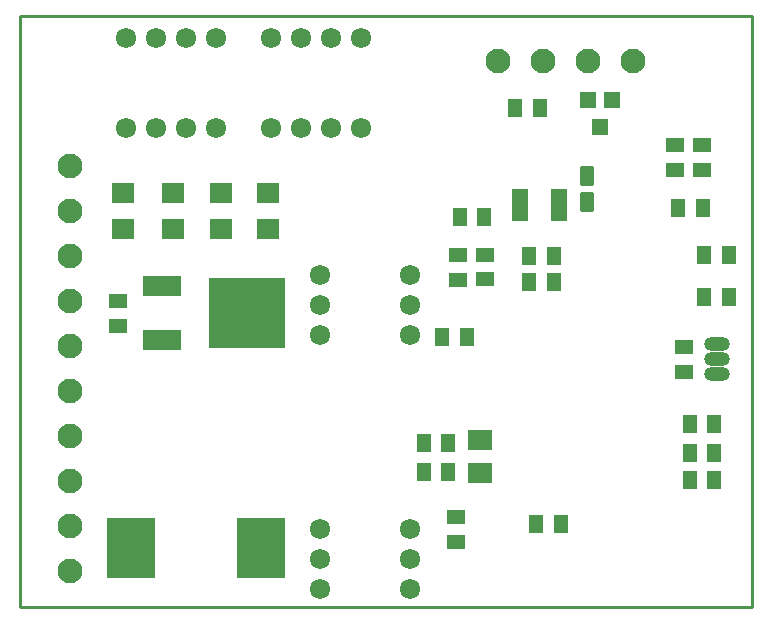
<source format=gbs>
%FSLAX25Y25*%
%MOIN*%
G70*
G01*
G75*
G04 Layer_Color=16711935*
%ADD10R,0.04331X0.05512*%
%ADD11R,0.03543X0.02756*%
%ADD12R,0.04803X0.03583*%
%ADD13R,0.03150X0.09449*%
%ADD14R,0.05512X0.04331*%
%ADD15R,0.24410X0.22835*%
%ADD16R,0.11811X0.06299*%
%ADD17R,0.07087X0.08268*%
%ADD18R,0.10039X0.07677*%
%ADD19R,0.04331X0.02362*%
G04:AMPARAMS|DCode=20|XSize=9.84mil|YSize=70.87mil|CornerRadius=0mil|HoleSize=0mil|Usage=FLASHONLY|Rotation=135.000|XOffset=0mil|YOffset=0mil|HoleType=Round|Shape=Round|*
%AMOVALD20*
21,1,0.06102,0.00984,0.00000,0.00000,225.0*
1,1,0.00984,0.02158,0.02158*
1,1,0.00984,-0.02158,-0.02158*
%
%ADD20OVALD20*%

G04:AMPARAMS|DCode=21|XSize=9.84mil|YSize=70.87mil|CornerRadius=0mil|HoleSize=0mil|Usage=FLASHONLY|Rotation=45.000|XOffset=0mil|YOffset=0mil|HoleType=Round|Shape=Round|*
%AMOVALD21*
21,1,0.06102,0.00984,0.00000,0.00000,135.0*
1,1,0.00984,0.02158,-0.02158*
1,1,0.00984,-0.02158,0.02158*
%
%ADD21OVALD21*%

%ADD22R,0.07087X0.09055*%
%ADD23R,0.02362X0.11811*%
%ADD24O,0.08661X0.02362*%
%ADD25R,0.02756X0.03150*%
%ADD26R,0.06000X0.07000*%
%ADD27R,0.06299X0.12598*%
%ADD28O,0.09843X0.02756*%
%ADD29C,0.00800*%
%ADD30C,0.01969*%
%ADD31C,0.00984*%
%ADD32C,0.03937*%
%ADD33C,0.03543*%
%ADD34C,0.01181*%
%ADD35C,0.05906*%
%ADD36C,0.02756*%
%ADD37C,0.11811*%
%ADD38C,0.03150*%
%ADD39C,0.01500*%
%ADD40C,0.01575*%
%ADD41C,0.01000*%
%ADD42C,0.07480*%
%ADD43C,0.06000*%
%ADD44O,0.07874X0.03937*%
%ADD45O,0.07874X0.03937*%
%ADD46C,0.02362*%
%ADD47R,0.15748X0.19685*%
%ADD48R,0.07000X0.06000*%
G04:AMPARAMS|DCode=49|XSize=59.06mil|YSize=39.37mil|CornerRadius=1.97mil|HoleSize=0mil|Usage=FLASHONLY|Rotation=90.000|XOffset=0mil|YOffset=0mil|HoleType=Round|Shape=RoundedRectangle|*
%AMROUNDEDRECTD49*
21,1,0.05906,0.03543,0,0,90.0*
21,1,0.05512,0.03937,0,0,90.0*
1,1,0.00394,0.01772,0.02756*
1,1,0.00394,0.01772,-0.02756*
1,1,0.00394,-0.01772,-0.02756*
1,1,0.00394,-0.01772,0.02756*
%
%ADD49ROUNDEDRECTD49*%
%ADD50R,0.04600X0.04600*%
%ADD51R,0.07480X0.06299*%
%ADD52R,0.04724X0.10236*%
%ADD53C,0.07874*%
%ADD54C,0.15748*%
%ADD55C,0.13780*%
%ADD56C,0.00827*%
%ADD57C,0.02362*%
%ADD58C,0.00787*%
%ADD59C,0.00394*%
%ADD60C,0.00500*%
%ADD61C,0.00591*%
%ADD62C,0.00669*%
%ADD63R,0.06299X0.01969*%
%ADD64R,0.05118X0.06299*%
%ADD65R,0.04331X0.03543*%
%ADD66R,0.05591X0.04370*%
%ADD67R,0.03937X0.10236*%
%ADD68R,0.06299X0.05118*%
%ADD69R,0.25197X0.23622*%
%ADD70R,0.12598X0.07087*%
%ADD71R,0.07874X0.09055*%
%ADD72R,0.10827X0.08465*%
%ADD73R,0.05118X0.03150*%
G04:AMPARAMS|DCode=74|XSize=17.72mil|YSize=78.74mil|CornerRadius=0mil|HoleSize=0mil|Usage=FLASHONLY|Rotation=135.000|XOffset=0mil|YOffset=0mil|HoleType=Round|Shape=Round|*
%AMOVALD74*
21,1,0.06102,0.01772,0.00000,0.00000,225.0*
1,1,0.01772,0.02158,0.02158*
1,1,0.01772,-0.02158,-0.02158*
%
%ADD74OVALD74*%

G04:AMPARAMS|DCode=75|XSize=17.72mil|YSize=78.74mil|CornerRadius=0mil|HoleSize=0mil|Usage=FLASHONLY|Rotation=45.000|XOffset=0mil|YOffset=0mil|HoleType=Round|Shape=Round|*
%AMOVALD75*
21,1,0.06102,0.01772,0.00000,0.00000,135.0*
1,1,0.01772,0.02158,-0.02158*
1,1,0.01772,-0.02158,0.02158*
%
%ADD75OVALD75*%

%ADD76R,0.07874X0.09843*%
%ADD77R,0.03150X0.12598*%
%ADD78O,0.09449X0.03150*%
%ADD79R,0.03543X0.03937*%
%ADD80R,0.06787X0.07787*%
%ADD81R,0.07087X0.13386*%
%ADD82O,0.10630X0.03543*%
%ADD83C,0.08268*%
%ADD84C,0.06787*%
%ADD85O,0.08661X0.04724*%
%ADD86O,0.08661X0.04724*%
%ADD87R,0.16148X0.20085*%
%ADD88R,0.07787X0.06787*%
G04:AMPARAMS|DCode=89|XSize=66.93mil|YSize=47.24mil|CornerRadius=5.91mil|HoleSize=0mil|Usage=FLASHONLY|Rotation=90.000|XOffset=0mil|YOffset=0mil|HoleType=Round|Shape=RoundedRectangle|*
%AMROUNDEDRECTD89*
21,1,0.06693,0.03543,0,0,90.0*
21,1,0.05512,0.04724,0,0,90.0*
1,1,0.01181,0.01772,0.02756*
1,1,0.01181,0.01772,-0.02756*
1,1,0.01181,-0.01772,-0.02756*
1,1,0.01181,-0.01772,0.02756*
%
%ADD89ROUNDEDRECTD89*%
%ADD90R,0.05387X0.05387*%
%ADD91R,0.07880X0.06699*%
%ADD92R,0.05512X0.11024*%
D41*
X0Y0D02*
Y196850D01*
X244094D01*
Y0D02*
Y196850D01*
X0Y0D02*
X244094D01*
D64*
X236417Y103347D02*
D03*
X228150D02*
D03*
X149016Y89764D02*
D03*
X140748D02*
D03*
X173425Y166142D02*
D03*
X165157D02*
D03*
X219291Y132874D02*
D03*
X227559D02*
D03*
X236417Y117126D02*
D03*
X228150D02*
D03*
X223228Y61024D02*
D03*
X231496D02*
D03*
X231496Y51181D02*
D03*
X223228D02*
D03*
X231496Y42323D02*
D03*
X223228D02*
D03*
X172047Y27559D02*
D03*
X180315D02*
D03*
X142815Y54626D02*
D03*
X134547D02*
D03*
X142815Y44783D02*
D03*
X134547D02*
D03*
X177953Y108071D02*
D03*
X169685D02*
D03*
X177953Y116929D02*
D03*
X169685D02*
D03*
X146555Y129823D02*
D03*
X154823D02*
D03*
D68*
X145276Y21457D02*
D03*
Y29724D02*
D03*
X32677Y101772D02*
D03*
Y93504D02*
D03*
X227362Y145473D02*
D03*
X227362Y153740D02*
D03*
X218504Y145473D02*
D03*
Y153740D02*
D03*
X221457Y86516D02*
D03*
Y78248D02*
D03*
X155118Y109055D02*
D03*
Y117323D02*
D03*
X145965Y108957D02*
D03*
Y117225D02*
D03*
D69*
X75590Y98032D02*
D03*
D70*
X47244Y107047D02*
D03*
Y89016D02*
D03*
D83*
X16732Y131811D02*
D03*
Y146811D02*
D03*
Y116811D02*
D03*
Y101811D02*
D03*
Y86811D02*
D03*
Y71811D02*
D03*
Y56811D02*
D03*
Y41811D02*
D03*
Y26811D02*
D03*
Y11811D02*
D03*
X204449Y181890D02*
D03*
X189449D02*
D03*
X174449D02*
D03*
X159449D02*
D03*
D84*
X83661Y159449D02*
D03*
X93661D02*
D03*
X103661D02*
D03*
X113661D02*
D03*
Y189449D02*
D03*
X103661D02*
D03*
X93661D02*
D03*
X83661D02*
D03*
X99921Y90551D02*
D03*
X99921Y100551D02*
D03*
Y110551D02*
D03*
X129921D02*
D03*
X129921Y100551D02*
D03*
Y90551D02*
D03*
X99921Y5906D02*
D03*
Y15905D02*
D03*
X99921Y25905D02*
D03*
X129921Y25905D02*
D03*
Y15905D02*
D03*
X129921Y5906D02*
D03*
X35433Y159449D02*
D03*
X45433D02*
D03*
X55433D02*
D03*
X65433D02*
D03*
Y189449D02*
D03*
X55433D02*
D03*
X45433D02*
D03*
X35433D02*
D03*
D85*
X232283Y77677D02*
D03*
Y82677D02*
D03*
D86*
Y87677D02*
D03*
D87*
X37008Y19685D02*
D03*
X80315D02*
D03*
D88*
X82677Y137890D02*
D03*
Y125890D02*
D03*
X66929Y137890D02*
D03*
Y125890D02*
D03*
X51181Y137890D02*
D03*
Y125890D02*
D03*
X34449Y137890D02*
D03*
Y125890D02*
D03*
D89*
X188976Y134744D02*
D03*
Y143406D02*
D03*
D90*
X189370Y168898D02*
D03*
X197370D02*
D03*
X193370Y159898D02*
D03*
D91*
X153445Y55413D02*
D03*
Y44390D02*
D03*
D92*
X179724Y133858D02*
D03*
X166732D02*
D03*
M02*

</source>
